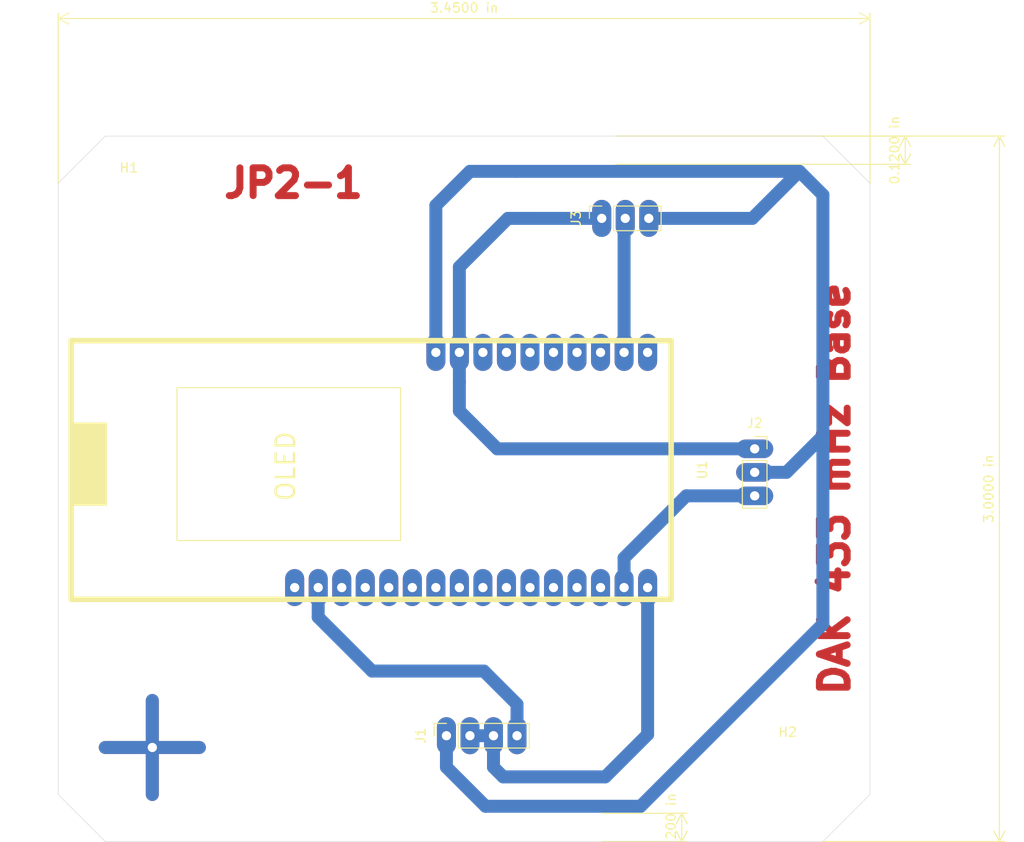
<source format=kicad_pcb>
(kicad_pcb (version 20171130) (host pcbnew "(5.1.2)-2")

  (general
    (thickness 1.6)
    (drawings 14)
    (tracks 45)
    (zones 0)
    (modules 6)
    (nets 7)
  )

  (page A4)
  (layers
    (0 F.Cu signal)
    (31 B.Cu signal)
    (32 B.Adhes user)
    (33 F.Adhes user)
    (34 B.Paste user)
    (35 F.Paste user)
    (36 B.SilkS user)
    (37 F.SilkS user)
    (38 B.Mask user)
    (39 F.Mask user)
    (40 Dwgs.User user)
    (41 Cmts.User user)
    (42 Eco1.User user)
    (43 Eco2.User user)
    (44 Edge.Cuts user)
    (45 Margin user)
    (46 B.CrtYd user)
    (47 F.CrtYd user)
    (48 B.Fab user)
    (49 F.Fab user)
  )

  (setup
    (last_trace_width 1.4)
    (trace_clearance 0.4)
    (zone_clearance 0.508)
    (zone_45_only no)
    (trace_min 1.4)
    (via_size 1.01)
    (via_drill 1)
    (via_min_size 1)
    (via_min_drill 0.3)
    (uvia_size 0.3)
    (uvia_drill 0.1)
    (uvias_allowed no)
    (uvia_min_size 0.2)
    (uvia_min_drill 0.1)
    (edge_width 0.05)
    (segment_width 0.2)
    (pcb_text_width 0.3)
    (pcb_text_size 1.5 1.5)
    (mod_edge_width 0.12)
    (mod_text_size 1 1)
    (mod_text_width 0.15)
    (pad_size 4 2.05)
    (pad_drill 1)
    (pad_to_mask_clearance 0.051)
    (solder_mask_min_width 0.25)
    (aux_axis_origin 0 0)
    (visible_elements 7FFFFFFF)
    (pcbplotparams
      (layerselection 0x01000_ffffffff)
      (usegerberextensions false)
      (usegerberattributes false)
      (usegerberadvancedattributes false)
      (creategerberjobfile false)
      (excludeedgelayer true)
      (linewidth 0.100000)
      (plotframeref false)
      (viasonmask false)
      (mode 1)
      (useauxorigin false)
      (hpglpennumber 1)
      (hpglpenspeed 20)
      (hpglpendiameter 15.000000)
      (psnegative false)
      (psa4output false)
      (plotreference true)
      (plotvalue true)
      (plotinvisibletext false)
      (padsonsilk false)
      (subtractmaskfromsilk false)
      (outputformat 1)
      (mirror false)
      (drillshape 0)
      (scaleselection 1)
      (outputdirectory "plot/"))
  )

  (net 0 "")
  (net 1 "Net-(J1-Pad4)")
  (net 2 "Net-(J1-Pad2)")
  (net 3 "Net-(J1-Pad1)")
  (net 4 "Net-(J2-Pad3)")
  (net 5 "Net-(J2-Pad1)")
  (net 6 "Net-(J3-Pad2)")

  (net_class Default "This is the default net class."
    (clearance 0.4)
    (trace_width 1.4)
    (via_dia 1.01)
    (via_drill 1)
    (uvia_dia 0.3)
    (uvia_drill 0.1)
    (add_net "Net-(J1-Pad1)")
    (add_net "Net-(J1-Pad2)")
    (add_net "Net-(J1-Pad4)")
    (add_net "Net-(J2-Pad1)")
    (add_net "Net-(J2-Pad3)")
    (add_net "Net-(J3-Pad2)")
  )

  (module "1-My Parts:433Receiver" (layer F.Cu) (tedit 5DA50E89) (tstamp 5DA50678)
    (at 72.39 102.87 90)
    (descr "Through hole straight socket strip, 1x04, 2.54mm pitch, single row (from Kicad 4.0.7), script generated")
    (tags "Through hole socket strip THT 1x04 2.54mm single row")
    (path /5DA2B0F2)
    (fp_text reference J1 (at 0 -2.77 90) (layer F.SilkS)
      (effects (font (size 1 1) (thickness 0.15)))
    )
    (fp_text value "433 mHz Receiver" (at 0 10.39 90) (layer F.Fab)
      (effects (font (size 1 1) (thickness 0.15)))
    )
    (fp_line (start -1.27 -1.27) (end 0.635 -1.27) (layer F.Fab) (width 0.1))
    (fp_line (start 0.635 -1.27) (end 1.27 -0.635) (layer F.Fab) (width 0.1))
    (fp_line (start 1.27 -0.635) (end 1.27 8.89) (layer F.Fab) (width 0.1))
    (fp_line (start 1.27 8.89) (end -1.27 8.89) (layer F.Fab) (width 0.1))
    (fp_line (start -1.27 8.89) (end -1.27 -1.27) (layer F.Fab) (width 0.1))
    (fp_line (start -1.33 1.27) (end 1.33 1.27) (layer F.SilkS) (width 0.12))
    (fp_line (start -1.33 1.27) (end -1.33 8.95) (layer F.SilkS) (width 0.12))
    (fp_line (start -1.33 8.95) (end 1.33 8.95) (layer F.SilkS) (width 0.12))
    (fp_line (start 1.33 1.27) (end 1.33 8.95) (layer F.SilkS) (width 0.12))
    (fp_line (start 1.33 -1.33) (end 1.33 0) (layer F.SilkS) (width 0.12))
    (fp_line (start 0 -1.33) (end 1.33 -1.33) (layer F.SilkS) (width 0.12))
    (fp_line (start -1.8 -30.226) (end 1.75 -30.226) (layer F.CrtYd) (width 0.05))
    (fp_line (start 1.75 -30.226) (end 1.75 9.4) (layer F.CrtYd) (width 0.05))
    (fp_line (start 1.75 9.4) (end -1.8 9.4) (layer F.CrtYd) (width 0.05))
    (fp_line (start -1.8 9.4) (end -1.8 -30.226) (layer F.CrtYd) (width 0.05))
    (fp_text user %R (at 0 3.81 180) (layer F.Fab)
      (effects (font (size 1 1) (thickness 0.15)))
    )
    (pad 1 thru_hole oval (at 0 0 90) (size 4 2.05) (drill 1) (layers *.Cu *.Mask)
      (net 3 "Net-(J1-Pad1)"))
    (pad 2 thru_hole oval (at 0 2.54 90) (size 4 2.05) (drill 1) (layers *.Cu *.Mask)
      (net 2 "Net-(J1-Pad2)"))
    (pad 3 thru_hole oval (at 0 5.08 90) (size 4 2.05) (drill 1) (layers *.Cu *.Mask)
      (net 2 "Net-(J1-Pad2)"))
    (pad 4 thru_hole oval (at 0 7.62 90) (size 4 2.05) (drill 1) (layers *.Cu *.Mask)
      (net 1 "Net-(J1-Pad4)"))
    (model ${KISYS3DMOD}/Connector_PinSocket_2.54mm.3dshapes/PinSocket_1x04_P2.54mm_Vertical.wrl
      (at (xyz 0 0 0))
      (scale (xyz 1 1 1))
      (rotate (xyz 0 0 0))
    )
  )

  (module MountingHole:MountingHole_3.2mm_M3 (layer F.Cu) (tedit 56D1B4CB) (tstamp 5DA58614)
    (at 109.22 106.68)
    (descr "Mounting Hole 3.2mm, no annular, M3")
    (tags "mounting hole 3.2mm no annular m3")
    (path /5DA90ABD)
    (attr virtual)
    (fp_text reference H2 (at 0 -4.2) (layer F.SilkS)
      (effects (font (size 1 1) (thickness 0.15)))
    )
    (fp_text value MountingHole (at -3.81 4.2) (layer F.Fab)
      (effects (font (size 1 1) (thickness 0.15)))
    )
    (fp_text user %R (at 0.3 0) (layer F.Fab)
      (effects (font (size 1 1) (thickness 0.15)))
    )
    (fp_circle (center 0 0) (end 3.2 0) (layer Cmts.User) (width 0.15))
    (fp_circle (center 0 0) (end 3.45 0) (layer F.CrtYd) (width 0.05))
    (pad 1 np_thru_hole circle (at 0 0) (size 3.2 3.2) (drill 3.2) (layers *.Cu *.Mask))
  )

  (module MountingHole:MountingHole_3.2mm_M3 (layer F.Cu) (tedit 56D1B4CB) (tstamp 5DA565BF)
    (at 38.1 45.72)
    (descr "Mounting Hole 3.2mm, no annular, M3")
    (tags "mounting hole 3.2mm no annular m3")
    (path /5DA90327)
    (attr virtual)
    (fp_text reference H1 (at 0 -4.2) (layer F.SilkS)
      (effects (font (size 1 1) (thickness 0.15)))
    )
    (fp_text value MountingHole (at 0 4.2) (layer F.Fab)
      (effects (font (size 1 1) (thickness 0.15)))
    )
    (fp_text user %R (at 0.3 0) (layer F.Fab)
      (effects (font (size 1 1) (thickness 0.15)))
    )
    (fp_circle (center 0 0) (end 3.2 0) (layer Cmts.User) (width 0.15))
    (fp_circle (center 0 0) (end 3.45 0) (layer F.CrtYd) (width 0.05))
    (pad 1 np_thru_hole circle (at 0 0) (size 3.2 3.2) (drill 3.2) (layers *.Cu *.Mask))
  )

  (module "1-My Parts:ESP32 OLED" (layer F.Cu) (tedit 5DA50E0E) (tstamp 5DA505D1)
    (at 31.877 60.198 270)
    (path /5DA29FB3)
    (fp_text reference U1 (at 13.97 -68.12 90) (layer F.SilkS)
      (effects (font (size 1 1) (thickness 0.15)))
    )
    (fp_text value ESP32-OLED (at 13.97 -69.12 90) (layer F.Fab)
      (effects (font (size 1 1) (thickness 0.15)))
    )
    (fp_line (start 27.94 -64.77) (end 27.94 0) (layer F.SilkS) (width 0.6))
    (fp_line (start 27.94 0) (end 0 0) (layer F.SilkS) (width 0.6))
    (fp_line (start 0 0) (end 0 -64.77) (layer F.SilkS) (width 0.6))
    (fp_line (start 0 -64.77) (end 27.94 -64.77) (layer F.SilkS) (width 0.6))
    (fp_line (start 5.08 -35.56) (end 5.08 -11.43) (layer F.SilkS) (width 0.12))
    (fp_line (start 5.08 -11.43) (end 21.59 -11.43) (layer F.SilkS) (width 0.12))
    (fp_line (start 21.59 -11.43) (end 21.59 -35.56) (layer F.SilkS) (width 0.12))
    (fp_line (start 21.59 -35.56) (end 5.08 -35.56) (layer F.SilkS) (width 0.12))
    (fp_poly (pts (xy 8.89 -3.81) (xy 17.78 -3.81) (xy 17.78 0) (xy 8.89 0)) (layer F.SilkS) (width 0.1))
    (fp_text user OLED (at 13.5509 -23.1521 90) (layer F.SilkS)
      (effects (font (size 2 2) (thickness 0.25)))
    )
    (fp_line (start 26.67 -71.12) (end 31.75 -71.12) (layer F.CrtYd) (width 0.12))
    (fp_line (start 31.75 -71.12) (end 31.75 7.62) (layer F.CrtYd) (width 0.12))
    (fp_line (start 31.75 7.62) (end -3.81 7.62) (layer F.CrtYd) (width 0.12))
    (fp_line (start -3.81 7.62) (end -3.81 -71.12) (layer F.CrtYd) (width 0.12))
    (fp_line (start -3.81 -71.12) (end 26.67 -71.12) (layer F.CrtYd) (width 0.12))
    (pad 1 thru_hole oval (at 26.67 -24.13 270) (size 4 2.05) (drill 1) (layers *.Cu *.Mask))
    (pad 2 thru_hole oval (at 26.67 -26.67 270) (size 4 2.05) (drill 1) (layers *.Cu *.Mask)
      (net 1 "Net-(J1-Pad4)"))
    (pad 3 thru_hole oval (at 26.67 -29.21 270) (size 4 2.05) (drill 1) (layers *.Cu *.Mask))
    (pad 4 thru_hole oval (at 26.67 -31.75 270) (size 4 2.05) (drill 1) (layers *.Cu *.Mask))
    (pad 5 thru_hole oval (at 26.67 -34.29 270) (size 4 2.05) (drill 1) (layers *.Cu *.Mask))
    (pad 6 thru_hole oval (at 26.67 -36.83 270) (size 4 2.05) (drill 1) (layers *.Cu *.Mask))
    (pad 7 thru_hole oval (at 26.67 -39.37 270) (size 4 2.05) (drill 1) (layers *.Cu *.Mask))
    (pad 8 thru_hole oval (at 26.67 -41.91 270) (size 4 2.05) (drill 1) (layers *.Cu *.Mask))
    (pad 9 thru_hole oval (at 26.67 -44.45 270) (size 4 2.05) (drill 1) (layers *.Cu *.Mask))
    (pad 10 thru_hole oval (at 26.67 -46.99 270) (size 4 2.05) (drill 1) (layers *.Cu *.Mask))
    (pad 11 thru_hole oval (at 26.67 -49.53 270) (size 4 2.05) (drill 1) (layers *.Cu *.Mask))
    (pad 12 thru_hole oval (at 26.67 -52.07 270) (size 4 2.05) (drill 1) (layers *.Cu *.Mask))
    (pad 13 thru_hole oval (at 26.67 -54.61 270) (size 4 2.05) (drill 1) (layers *.Cu *.Mask))
    (pad 14 thru_hole oval (at 26.67 -57.15 270) (size 4 2.05) (drill 1) (layers *.Cu *.Mask))
    (pad 15 thru_hole oval (at 26.67 -59.69 270) (size 4 2.05) (drill 1) (layers *.Cu *.Mask)
      (net 4 "Net-(J2-Pad3)"))
    (pad 16 thru_hole oval (at 26.67 -62.23 270) (size 4 2.05) (drill 1) (layers *.Cu *.Mask)
      (net 2 "Net-(J1-Pad2)"))
    (pad 17 thru_hole oval (at 1.27 -62.23 270) (size 4 2.05) (drill 1) (layers *.Cu *.Mask))
    (pad 18 thru_hole oval (at 1.27 -59.69 270) (size 4 2.05) (drill 1) (layers *.Cu *.Mask)
      (net 6 "Net-(J3-Pad2)"))
    (pad 19 thru_hole oval (at 1.27 -57.15 270) (size 4 2.05) (drill 1) (layers *.Cu *.Mask))
    (pad 20 thru_hole oval (at 1.27 -54.61 270) (size 4 2.05) (drill 1) (layers *.Cu *.Mask))
    (pad 21 thru_hole oval (at 1.27 -52.07 270) (size 4 2.05) (drill 1) (layers *.Cu *.Mask))
    (pad 22 thru_hole oval (at 1.27 -49.53 270) (size 4 2.05) (drill 1) (layers *.Cu *.Mask))
    (pad 23 thru_hole oval (at 1.27 -46.99 270) (size 4 2.05) (drill 1) (layers *.Cu *.Mask))
    (pad 24 thru_hole oval (at 1.27 -44.45 270) (size 4 2.05) (drill 1) (layers *.Cu *.Mask))
    (pad 25 thru_hole oval (at 1.27 -41.91 270) (size 4 2.05) (drill 1) (layers *.Cu *.Mask)
      (net 5 "Net-(J2-Pad1)"))
    (pad 26 thru_hole oval (at 1.27 -39.37 270) (size 4 2.05) (drill 1) (layers *.Cu *.Mask)
      (net 3 "Net-(J1-Pad1)"))
  )

  (module Connector_PinSocket_2.54mm:PinSocket_1x03_P2.54mm_Vertical (layer F.Cu) (tedit 5DA50E66) (tstamp 5DA56D41)
    (at 89.154 46.99 90)
    (descr "Through hole straight socket strip, 1x03, 2.54mm pitch, single row (from Kicad 4.0.7), script generated")
    (tags "Through hole socket strip THT 1x03 2.54mm single row")
    (path /5DA86315)
    (fp_text reference J3 (at 0 -2.77 90) (layer F.SilkS)
      (effects (font (size 1 1) (thickness 0.15)))
    )
    (fp_text value DHT11_Breakout (at 0 7.85 90) (layer F.Fab)
      (effects (font (size 1 1) (thickness 0.15)))
    )
    (fp_text user %R (at 0 2.54) (layer F.Fab)
      (effects (font (size 1 1) (thickness 0.15)))
    )
    (fp_line (start -1.8 6.85) (end -1.8 -1.8) (layer F.CrtYd) (width 0.05))
    (fp_line (start 1.75 6.85) (end -1.8 6.85) (layer F.CrtYd) (width 0.05))
    (fp_line (start 1.75 -1.8) (end 1.75 6.85) (layer F.CrtYd) (width 0.05))
    (fp_line (start -1.8 -1.8) (end 1.75 -1.8) (layer F.CrtYd) (width 0.05))
    (fp_line (start 0 -1.33) (end 1.33 -1.33) (layer F.SilkS) (width 0.12))
    (fp_line (start 1.33 -1.33) (end 1.33 0) (layer F.SilkS) (width 0.12))
    (fp_line (start 1.33 1.27) (end 1.33 6.41) (layer F.SilkS) (width 0.12))
    (fp_line (start -1.33 6.41) (end 1.33 6.41) (layer F.SilkS) (width 0.12))
    (fp_line (start -1.33 1.27) (end -1.33 6.41) (layer F.SilkS) (width 0.12))
    (fp_line (start -1.33 1.27) (end 1.33 1.27) (layer F.SilkS) (width 0.12))
    (fp_line (start -1.27 6.35) (end -1.27 -1.27) (layer F.Fab) (width 0.1))
    (fp_line (start 1.27 6.35) (end -1.27 6.35) (layer F.Fab) (width 0.1))
    (fp_line (start 1.27 -0.635) (end 1.27 6.35) (layer F.Fab) (width 0.1))
    (fp_line (start 0.635 -1.27) (end 1.27 -0.635) (layer F.Fab) (width 0.1))
    (fp_line (start -1.27 -1.27) (end 0.635 -1.27) (layer F.Fab) (width 0.1))
    (pad 3 thru_hole oval (at 0 5.08 90) (size 4 2.05) (drill 1) (layers *.Cu *.Mask)
      (net 3 "Net-(J1-Pad1)"))
    (pad 2 thru_hole oval (at 0 2.54 90) (size 4 2.05) (drill 1) (layers *.Cu *.Mask)
      (net 6 "Net-(J3-Pad2)"))
    (pad 1 thru_hole oval (at 0 0 90) (size 4 2.05) (drill 1) (layers *.Cu *.Mask)
      (net 5 "Net-(J2-Pad1)"))
    (model ${KISYS3DMOD}/Connector_PinSocket_2.54mm.3dshapes/PinSocket_1x03_P2.54mm_Vertical.wrl
      (at (xyz 0 0 0))
      (scale (xyz 1 1 1))
      (rotate (xyz 0 0 0))
    )
  )

  (module Connector_PinSocket_2.54mm:PinSocket_1x03_P2.54mm_Vertical (layer F.Cu) (tedit 5DA50DF9) (tstamp 5DA56E8E)
    (at 105.664 71.882)
    (descr "Through hole straight socket strip, 1x03, 2.54mm pitch, single row (from Kicad 4.0.7), script generated")
    (tags "Through hole socket strip THT 1x03 2.54mm single row")
    (path /5DA27D0A)
    (fp_text reference J2 (at 0 -2.77) (layer F.SilkS)
      (effects (font (size 1 1) (thickness 0.15)))
    )
    (fp_text value "433 mHz Transmitter" (at 0 7.85) (layer F.Fab)
      (effects (font (size 1 1) (thickness 0.15)))
    )
    (fp_text user %R (at 0 2.54 90) (layer F.Fab)
      (effects (font (size 1 1) (thickness 0.15)))
    )
    (fp_line (start -1.8 6.85) (end -1.8 -1.8) (layer F.CrtYd) (width 0.05))
    (fp_line (start 1.75 6.85) (end -1.8 6.85) (layer F.CrtYd) (width 0.05))
    (fp_line (start 1.75 -1.8) (end 1.75 6.85) (layer F.CrtYd) (width 0.05))
    (fp_line (start -1.8 -1.8) (end 1.75 -1.8) (layer F.CrtYd) (width 0.05))
    (fp_line (start 0 -1.33) (end 1.33 -1.33) (layer F.SilkS) (width 0.12))
    (fp_line (start 1.33 -1.33) (end 1.33 0) (layer F.SilkS) (width 0.12))
    (fp_line (start 1.33 1.27) (end 1.33 6.41) (layer F.SilkS) (width 0.12))
    (fp_line (start -1.33 6.41) (end 1.33 6.41) (layer F.SilkS) (width 0.12))
    (fp_line (start -1.33 1.27) (end -1.33 6.41) (layer F.SilkS) (width 0.12))
    (fp_line (start -1.33 1.27) (end 1.33 1.27) (layer F.SilkS) (width 0.12))
    (fp_line (start -1.27 6.35) (end -1.27 -1.27) (layer F.Fab) (width 0.1))
    (fp_line (start 1.27 6.35) (end -1.27 6.35) (layer F.Fab) (width 0.1))
    (fp_line (start 1.27 -0.635) (end 1.27 6.35) (layer F.Fab) (width 0.1))
    (fp_line (start 0.635 -1.27) (end 1.27 -0.635) (layer F.Fab) (width 0.1))
    (fp_line (start -1.27 -1.27) (end 0.635 -1.27) (layer F.Fab) (width 0.1))
    (pad 3 thru_hole oval (at 0 5.08) (size 4 2) (drill 1) (layers *.Cu *.Mask)
      (net 4 "Net-(J2-Pad3)"))
    (pad 2 thru_hole oval (at 0 2.54) (size 4 2) (drill 1) (layers *.Cu *.Mask)
      (net 3 "Net-(J1-Pad1)"))
    (pad 1 thru_hole oval (at 0 0) (size 4 2) (drill 1) (layers *.Cu *.Mask)
      (net 5 "Net-(J2-Pad1)"))
    (model ${KISYS3DMOD}/Connector_PinSocket_2.54mm.3dshapes/PinSocket_1x03_P2.54mm_Vertical.wrl
      (at (xyz 0 0 0))
      (scale (xyz 1 1 1))
      (rotate (xyz 0 0 0))
    )
  )

  (dimension 3.048 (width 0.12) (layer F.SilkS)
    (gr_text "3.048 mm" (at 123.19 39.624 90) (layer F.SilkS)
      (effects (font (size 1 1) (thickness 0.15)))
    )
    (feature1 (pts (xy 90.678 38.1) (xy 122.506421 38.1)))
    (feature2 (pts (xy 90.678 41.148) (xy 122.506421 41.148)))
    (crossbar (pts (xy 121.92 41.148) (xy 121.92 38.1)))
    (arrow1a (pts (xy 121.92 38.1) (xy 122.506421 39.226504)))
    (arrow1b (pts (xy 121.92 38.1) (xy 121.333579 39.226504)))
    (arrow2a (pts (xy 121.92 41.148) (xy 122.506421 40.021496)))
    (arrow2b (pts (xy 121.92 41.148) (xy 121.333579 40.021496)))
  )
  (dimension 3.048 (width 0.12) (layer F.SilkS)
    (gr_text "3.048 mm" (at 99.06 112.776 270) (layer F.SilkS)
      (effects (font (size 1 1) (thickness 0.15)))
    )
    (feature1 (pts (xy 89.154 114.3) (xy 98.376421 114.3)))
    (feature2 (pts (xy 89.154 111.252) (xy 98.376421 111.252)))
    (crossbar (pts (xy 97.79 111.252) (xy 97.79 114.3)))
    (arrow1a (pts (xy 97.79 114.3) (xy 97.203579 113.173496)))
    (arrow1b (pts (xy 97.79 114.3) (xy 98.376421 113.173496)))
    (arrow2a (pts (xy 97.79 111.252) (xy 97.203579 112.378504)))
    (arrow2b (pts (xy 97.79 111.252) (xy 98.376421 112.378504)))
  )
  (dimension 87.63 (width 0.12) (layer F.SilkS)
    (gr_text "87.630 mm" (at 74.295 24.13) (layer F.SilkS)
      (effects (font (size 1 1) (thickness 0.15)))
    )
    (feature1 (pts (xy 30.48 43.18) (xy 30.48 24.813579)))
    (feature2 (pts (xy 118.11 43.18) (xy 118.11 24.813579)))
    (crossbar (pts (xy 118.11 25.4) (xy 30.48 25.4)))
    (arrow1a (pts (xy 30.48 25.4) (xy 31.606504 24.813579)))
    (arrow1b (pts (xy 30.48 25.4) (xy 31.606504 25.986421)))
    (arrow2a (pts (xy 118.11 25.4) (xy 116.983496 24.813579)))
    (arrow2b (pts (xy 118.11 25.4) (xy 116.983496 25.986421)))
  )
  (dimension 76.2 (width 0.12) (layer F.SilkS)
    (gr_text "76.200 mm" (at 133.35 76.2 270) (layer F.SilkS)
      (effects (font (size 1 1) (thickness 0.15)))
    )
    (feature1 (pts (xy 113.03 114.3) (xy 132.666421 114.3)))
    (feature2 (pts (xy 113.03 38.1) (xy 132.666421 38.1)))
    (crossbar (pts (xy 132.08 38.1) (xy 132.08 114.3)))
    (arrow1a (pts (xy 132.08 114.3) (xy 131.493579 113.173496)))
    (arrow1b (pts (xy 132.08 114.3) (xy 132.666421 113.173496)))
    (arrow2a (pts (xy 132.08 38.1) (xy 131.493579 39.226504)))
    (arrow2b (pts (xy 132.08 38.1) (xy 132.666421 39.226504)))
  )
  (gr_text "DAK 433 mHz Base" (at 114.3 76.2 90) (layer F.Cu) (tstamp 5DA5871E)
    (effects (font (size 3 3) (thickness 0.75)))
  )
  (gr_text JP2-1 (at 55.88 43.18) (layer F.Cu) (tstamp 5DA58712)
    (effects (font (size 3 3) (thickness 0.75)))
  )
  (gr_line (start 35.56 114.3) (end 113.03 114.3) (layer Edge.Cuts) (width 0.05) (tstamp 5DA55FD2))
  (gr_line (start 35.56 38.1) (end 30.48 43.18) (layer Edge.Cuts) (width 0.05) (tstamp 5DA5661F))
  (gr_line (start 30.48 109.22) (end 35.56 114.3) (layer Edge.Cuts) (width 0.05) (tstamp 5DA5661A))
  (gr_line (start 118.11 109.22) (end 113.03 114.3) (layer Edge.Cuts) (width 0.05) (tstamp 5DA5660F))
  (gr_line (start 113.03 38.1) (end 118.11 43.18) (layer Edge.Cuts) (width 0.05) (tstamp 5DA5660B))
  (gr_line (start 30.48 43.18) (end 30.48 109.22) (layer Edge.Cuts) (width 0.05))
  (gr_line (start 113.03 38.1) (end 35.56 38.1) (layer Edge.Cuts) (width 0.05))
  (gr_line (start 118.11 109.22) (end 118.11 43.18) (layer Edge.Cuts) (width 0.05) (tstamp 5DA56602))

  (segment (start 40.64 99.06) (end 40.64 109.22) (width 1.4) (layer B.Cu) (net 0))
  (segment (start 35.56 104.14) (end 45.72 104.14) (width 1.4) (layer F.Cu) (net 0))
  (segment (start 35.56 104.14) (end 40.64 104.14) (width 1.4) (layer B.Cu) (net 0) (tstamp 5DA586F2))
  (segment (start 40.64 99.06) (end 40.64 109.22) (width 1.4) (layer F.Cu) (net 0) (tstamp 5DA586F8))
  (segment (start 40.64 104.14) (end 45.72 104.14) (width 1.4) (layer B.Cu) (net 0) (tstamp 5DA58705))
  (via (at 40.64 104.14) (size 1.01) (drill 1) (layers F.Cu B.Cu) (net 0))
  (segment (start 58.547 90.068) (end 64.364 95.885) (width 1.4) (layer B.Cu) (net 1))
  (segment (start 58.547 86.868) (end 58.547 90.068) (width 1.4) (layer B.Cu) (net 1))
  (segment (start 80.01 99.47) (end 80.01 102.87) (width 1.4) (layer B.Cu) (net 1))
  (segment (start 76.425 95.885) (end 80.01 99.47) (width 1.4) (layer B.Cu) (net 1))
  (segment (start 64.364 95.885) (end 76.425 95.885) (width 1.4) (layer B.Cu) (net 1))
  (segment (start 94.107 102.743) (end 94.107 86.868) (width 1.4) (layer B.Cu) (net 2))
  (segment (start 89.535 107.315) (end 94.107 102.743) (width 1.4) (layer B.Cu) (net 2))
  (segment (start 78.515 107.315) (end 89.535 107.315) (width 1.4) (layer B.Cu) (net 2))
  (segment (start 77.47 102.87) (end 77.47 106.27) (width 1.4) (layer B.Cu) (net 2))
  (segment (start 77.47 106.27) (end 78.515 107.315) (width 1.4) (layer B.Cu) (net 2))
  (segment (start 77.47 102.87) (end 74.93 102.87) (width 1.4) (layer B.Cu) (net 2))
  (segment (start 79.942081 41.91) (end 74.93 41.91) (width 1.4) (layer B.Cu) (net 3))
  (segment (start 71.247 45.593) (end 71.247 61.468) (width 1.4) (layer B.Cu) (net 3))
  (segment (start 74.93 41.91) (end 71.247 45.593) (width 1.4) (layer B.Cu) (net 3))
  (segment (start 72.39 106.27) (end 72.39 102.87) (width 1.4) (layer B.Cu) (net 3))
  (segment (start 76.61 110.49) (end 72.39 106.27) (width 1.4) (layer B.Cu) (net 3))
  (segment (start 79.942081 41.91) (end 110.49 41.91) (width 1.4) (layer B.Cu) (net 3))
  (segment (start 94.234 46.99) (end 105.41 46.99) (width 1.4) (layer B.Cu) (net 3))
  (segment (start 105.41 46.99) (end 110.49 41.91) (width 1.4) (layer B.Cu) (net 3))
  (segment (start 105.664 74.422) (end 109.093 74.422) (width 1.4) (layer B.Cu) (net 3))
  (segment (start 109.093 74.422) (end 113.03 70.485) (width 1.4) (layer B.Cu) (net 3))
  (segment (start 113.03 44.45) (end 110.49 41.91) (width 1.4) (layer B.Cu) (net 3))
  (segment (start 113.03 70.485) (end 113.03 44.45) (width 1.4) (layer B.Cu) (net 3))
  (segment (start 113.03 90.805) (end 93.345 110.49) (width 1.4) (layer B.Cu) (net 3))
  (segment (start 113.03 70.485) (end 113.03 90.805) (width 1.4) (layer B.Cu) (net 3))
  (segment (start 93.345 110.49) (end 76.61 110.49) (width 1.4) (layer B.Cu) (net 3))
  (segment (start 91.567 83.668) (end 91.567 86.868) (width 1.4) (layer B.Cu) (net 4))
  (segment (start 98.273 76.962) (end 91.567 83.668) (width 1.4) (layer B.Cu) (net 4))
  (segment (start 105.664 76.962) (end 98.273 76.962) (width 1.4) (layer B.Cu) (net 4))
  (segment (start 79.03 46.99) (end 81.28 46.99) (width 1.4) (layer B.Cu) (net 5))
  (segment (start 73.787 52.233) (end 79.03 46.99) (width 1.4) (layer B.Cu) (net 5))
  (segment (start 73.787 61.468) (end 73.787 52.233) (width 1.4) (layer B.Cu) (net 5))
  (segment (start 81.28 46.99) (end 89.154 46.99) (width 1.4) (layer B.Cu) (net 5))
  (segment (start 73.787 64.668) (end 73.787 61.468) (width 1.4) (layer B.Cu) (net 5))
  (segment (start 73.787 67.788217) (end 73.787 64.668) (width 1.4) (layer B.Cu) (net 5))
  (segment (start 77.880783 71.882) (end 73.787 67.788217) (width 1.4) (layer B.Cu) (net 5))
  (segment (start 105.664 71.882) (end 77.880783 71.882) (width 1.4) (layer B.Cu) (net 5))
  (segment (start 91.567 47.117) (end 91.694 46.99) (width 1.4) (layer B.Cu) (net 6))
  (segment (start 91.567 61.468) (end 91.567 47.117) (width 1.4) (layer B.Cu) (net 6))

)

</source>
